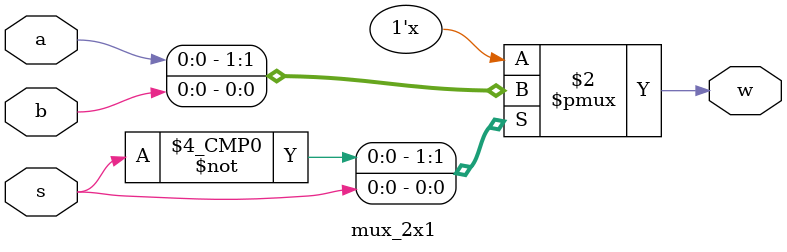
<source format=v>
module mux_2x1(a,b,s,w);
input a,b,s;
output w;
wire a,b,s;
reg w;
always @*
begin
	case({s})
		1'b0: w=a;
		1'b1: w=b;
		default: w=0;
	endcase
end
endmodule
</source>
